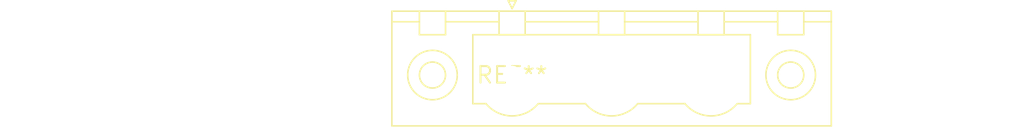
<source format=kicad_pcb>
(kicad_pcb (version 20240108) (generator pcbnew)
  (layers (0 "F.Cu" signal) (31 "B.Cu" signal) (34 "B.Paste" user) (35 "F.Paste" user) (36 "B.SilkS" user "B.Silkscreen") (37 "F.SilkS" user "F.Silkscreen") (38 "B.Mask" user) (39 "F.Mask" user) (44 "Edge.Cuts" user))
  (net 0 "")
  (footprint "PhoenixContact_GMSTBV_2,5_3-GF-7,62_1x03_P7.62mm_Vertical_ThreadedFlange" (layer "F.Cu") (at 0 0)
    (property "Reference" "REF**")
    (property "Value" "PhoenixContact_GMSTBV_2,5_3-GF-7,62_1x03_P7.62mm_Vertical_ThreadedFlange")
    (fp_line (start -9.21 -4.91) (end -9.21 3.91) (layer "F.SilkS") (stroke (width 0.12)))
    (fp_line (start -9.21 -4.1) (end -7.21 -4.1) (layer "F.SilkS") (stroke (width 0.12)))
    (fp_line (start -9.21 3.91) (end 24.45 3.91) (layer "F.SilkS") (stroke (width 0.12)))
    (fp_line (start -7.1 -4.91) (end -5.1 -4.91) (layer "F.SilkS") (stroke (width 0.12)))
    (fp_line (start -7.1 -3.1) (end -7.1 -4.91) (layer "F.SilkS") (stroke (width 0.12)))
    (fp_line (start -5.1 -4.91) (end -5.1 -3.1) (layer "F.SilkS") (stroke (width 0.12)))
    (fp_line (start -5.1 -4.1) (end -1 -4.1) (layer "F.SilkS") (stroke (width 0.12)))
    (fp_line (start -5.1 -3.1) (end -7.1 -3.1) (layer "F.SilkS") (stroke (width 0.12)))
    (fp_line (start -3.01 -3.1) (end 18.25 -3.1) (layer "F.SilkS") (stroke (width 0.12)))
    (fp_line (start -3.01 2.2) (end -3.01 -3.1) (layer "F.SilkS") (stroke (width 0.12)))
    (fp_line (start -2 2.2) (end -3.01 2.2) (layer "F.SilkS") (stroke (width 0.12)))
    (fp_line (start -1 -4.91) (end 1 -4.91) (layer "F.SilkS") (stroke (width 0.12)))
    (fp_line (start -1 -3.1) (end -1 -4.91) (layer "F.SilkS") (stroke (width 0.12)))
    (fp_line (start -0.3 -5.71) (end 0.3 -5.71) (layer "F.SilkS") (stroke (width 0.12)))
    (fp_line (start 0 -5.11) (end -0.3 -5.71) (layer "F.SilkS") (stroke (width 0.12)))
    (fp_line (start 0.3 -5.71) (end 0 -5.11) (layer "F.SilkS") (stroke (width 0.12)))
    (fp_line (start 1 -4.91) (end 1 -3.1) (layer "F.SilkS") (stroke (width 0.12)))
    (fp_line (start 1 -4.1) (end 6.62 -4.1) (layer "F.SilkS") (stroke (width 0.12)))
    (fp_line (start 1 -3.1) (end -1 -3.1) (layer "F.SilkS") (stroke (width 0.12)))
    (fp_line (start 2 2.2) (end 5.62 2.2) (layer "F.SilkS") (stroke (width 0.12)))
    (fp_line (start 6.62 -4.91) (end 8.62 -4.91) (layer "F.SilkS") (stroke (width 0.12)))
    (fp_line (start 6.62 -3.1) (end 6.62 -4.91) (layer "F.SilkS") (stroke (width 0.12)))
    (fp_line (start 8.62 -4.91) (end 8.62 -3.1) (layer "F.SilkS") (stroke (width 0.12)))
    (fp_line (start 8.62 -4.1) (end 14.24 -4.1) (layer "F.SilkS") (stroke (width 0.12)))
    (fp_line (start 8.62 -3.1) (end 6.62 -3.1) (layer "F.SilkS") (stroke (width 0.12)))
    (fp_line (start 9.62 2.2) (end 13.24 2.2) (layer "F.SilkS") (stroke (width 0.12)))
    (fp_line (start 14.24 -4.91) (end 16.24 -4.91) (layer "F.SilkS") (stroke (width 0.12)))
    (fp_line (start 14.24 -3.1) (end 14.24 -4.91) (layer "F.SilkS") (stroke (width 0.12)))
    (fp_line (start 16.24 -4.91) (end 16.24 -3.1) (layer "F.SilkS") (stroke (width 0.12)))
    (fp_line (start 16.24 -4.1) (end 20.34 -4.1) (layer "F.SilkS") (stroke (width 0.12)))
    (fp_line (start 16.24 -3.1) (end 14.24 -3.1) (layer "F.SilkS") (stroke (width 0.12)))
    (fp_line (start 18.25 -3.1) (end 18.25 2.2) (layer "F.SilkS") (stroke (width 0.12)))
    (fp_line (start 18.25 2.2) (end 17.24 2.2) (layer "F.SilkS") (stroke (width 0.12)))
    (fp_line (start 20.34 -4.91) (end 22.34 -4.91) (layer "F.SilkS") (stroke (width 0.12)))
    (fp_line (start 20.34 -3.1) (end 20.34 -4.91) (layer "F.SilkS") (stroke (width 0.12)))
    (fp_line (start 22.34 -4.91) (end 22.34 -3.1) (layer "F.SilkS") (stroke (width 0.12)))
    (fp_line (start 22.34 -3.1) (end 20.34 -3.1) (layer "F.SilkS") (stroke (width 0.12)))
    (fp_line (start 24.45 -4.91) (end -9.21 -4.91) (layer "F.SilkS") (stroke (width 0.12)))
    (fp_line (start 24.45 -4.1) (end 22.45 -4.1) (layer "F.SilkS") (stroke (width 0.12)))
    (fp_line (start 24.45 3.91) (end 24.45 -4.91) (layer "F.SilkS") (stroke (width 0.12)))
    (fp_arc (start 1.986842 2.215821) (mid -0.010289 3.142758) (end -2 2.2) (layer "F.SilkS") (stroke (width 0.12)))
    (fp_arc (start 9.606842 2.215821) (mid 7.609711 3.142758) (end 5.62 2.2) (layer "F.SilkS") (stroke (width 0.12)))
    (fp_arc (start 17.226842 2.215821) (mid 15.229711 3.142758) (end 13.24 2.2) (layer "F.SilkS") (stroke (width 0.12)))
    (fp_circle (center -6.1 0) (end -5.1 0) (layer "F.SilkS") (stroke (width 0.12)) (fill none))
    (fp_circle (center -6.1 0) (end -4.2 0) (layer "F.SilkS") (stroke (width 0.12)) (fill none))
    (fp_circle (center 21.34 0) (end 22.34 0) (layer "F.SilkS") (stroke (width 0.12)) (fill none))
    (fp_circle (center 21.34 0) (end 23.24 0) (layer "F.SilkS") (stroke (width 0.12)) (fill none))
    (pad "1" thru_hole roundrect (at 0 0) (size 2.1 3.6) (drill 1.4) (layers *.Cu *.Mask) (remove_unused_layers) (roundrect_rratio 0.119048))
    (pad "2" thru_hole oval (at 7.62 0) (size 2.1 3.6) (drill 1.4) (layers *.Cu *.Mask) (remove_unused_layers))
    (pad "3" thru_hole oval (at 15.24 0) (size 2.1 3.6) (drill 1.4) (layers *.Cu *.Mask) (remove_unused_layers))
  )
)
</source>
